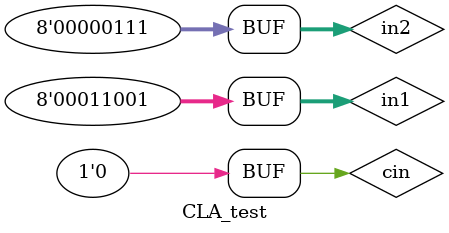
<source format=v>
`timescale 1ns/1ps
`define DELAY #10
module CLA_test;
parameter N = 8;
//  testbench code for carry look ahead adder
 reg cin; // To cla1 of cla_adder.v
 reg [N-1:0] in1; // To cla1 of cla_adder.v
 reg [N-1:0] in2; // To cla1 of cla_adder.v


 wire cout; // From cla1 of cla_adder.v
 wire [N-1:0] sum; // From cla1 of cla_adder.v


cla_adder a1(
        //  Outputs
         .sum (sum[N-1:0]),
         .cout (cout),
        // // Inputs
         .in1 (in1[N-1:0]),
         .in2 (in2[N-1:0]),
         .cin (cin));

 initial begin
  in1 = 8'd0;
  in2 = 8'd0;
  cin = 1'b0;
  end 

 initial begin
  #10 
  #10   in1 = 8'd10;
  #10   in1 = 8'd20;
  #10   in2 = 8'd10;
  #10  	in2 = 8'd20;
  #10   in2 = 8'd0;
  #30 	in1 = 8'd12; in2 = 8'd3;
  #30  in1 = 8'd4; in2 = 8'd14;
  #30  in1 = 8'd25; in2 = 8'd7;
  end 
 endmodule
</source>
